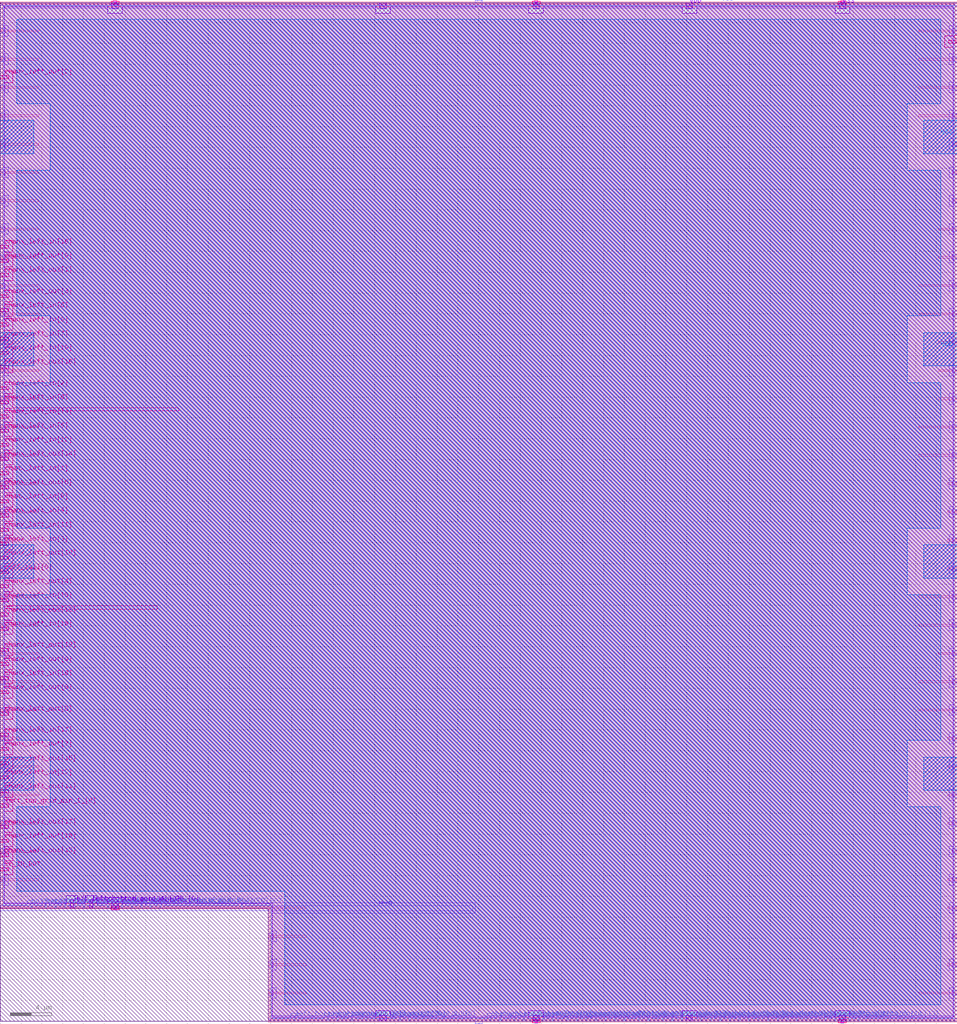
<source format=lef>
VERSION 5.7 ;
BUSBITCHARS "[]" ;

UNITS
  DATABASE MICRONS 1000 ;
END UNITS

MANUFACTURINGGRID 0.005 ;

LAYER li1
  TYPE ROUTING ;
  DIRECTION VERTICAL ;
  PITCH 0.46 ;
  WIDTH 0.17 ;
END li1

LAYER mcon
  TYPE CUT ;
END mcon

LAYER met1
  TYPE ROUTING ;
  DIRECTION HORIZONTAL ;
  PITCH 0.34 ;
  WIDTH 0.14 ;
END met1

LAYER via
  TYPE CUT ;
END via

LAYER met2
  TYPE ROUTING ;
  DIRECTION VERTICAL ;
  PITCH 0.46 ;
  WIDTH 0.14 ;
END met2

LAYER via2
  TYPE CUT ;
END via2

LAYER met3
  TYPE ROUTING ;
  DIRECTION HORIZONTAL ;
  PITCH 0.68 ;
  WIDTH 0.3 ;
END met3

LAYER via3
  TYPE CUT ;
END via3

LAYER met4
  TYPE ROUTING ;
  DIRECTION VERTICAL ;
  PITCH 0.92 ;
  WIDTH 0.3 ;
END met4

LAYER via4
  TYPE CUT ;
END via4

LAYER met5
  TYPE ROUTING ;
  DIRECTION HORIZONTAL ;
  PITCH 3.4 ;
  WIDTH 1.6 ;
END met5

LAYER nwell
  TYPE MASTERSLICE ;
END nwell

LAYER pwell
  TYPE MASTERSLICE ;
END pwell

LAYER OVERLAP
  TYPE OVERLAP ;
END OVERLAP

VIA L1M1_PR
  LAYER li1 ;
    RECT -0.085 -0.085 0.085 0.085 ;
  LAYER mcon ;
    RECT -0.085 -0.085 0.085 0.085 ;
  LAYER met1 ;
    RECT -0.145 -0.115 0.145 0.115 ;
END L1M1_PR

VIA L1M1_PR_R
  LAYER li1 ;
    RECT -0.085 -0.085 0.085 0.085 ;
  LAYER mcon ;
    RECT -0.085 -0.085 0.085 0.085 ;
  LAYER met1 ;
    RECT -0.115 -0.145 0.115 0.145 ;
END L1M1_PR_R

VIA L1M1_PR_M
  LAYER li1 ;
    RECT -0.085 -0.085 0.085 0.085 ;
  LAYER mcon ;
    RECT -0.085 -0.085 0.085 0.085 ;
  LAYER met1 ;
    RECT -0.115 -0.145 0.115 0.145 ;
END L1M1_PR_M

VIA L1M1_PR_MR
  LAYER li1 ;
    RECT -0.085 -0.085 0.085 0.085 ;
  LAYER mcon ;
    RECT -0.085 -0.085 0.085 0.085 ;
  LAYER met1 ;
    RECT -0.145 -0.115 0.145 0.115 ;
END L1M1_PR_MR

VIA L1M1_PR_C
  LAYER li1 ;
    RECT -0.085 -0.085 0.085 0.085 ;
  LAYER mcon ;
    RECT -0.085 -0.085 0.085 0.085 ;
  LAYER met1 ;
    RECT -0.145 -0.145 0.145 0.145 ;
END L1M1_PR_C

VIA M1M2_PR
  LAYER met1 ;
    RECT -0.16 -0.13 0.16 0.13 ;
  LAYER via ;
    RECT -0.075 -0.075 0.075 0.075 ;
  LAYER met2 ;
    RECT -0.13 -0.16 0.13 0.16 ;
END M1M2_PR

VIA M1M2_PR_Enc
  LAYER met1 ;
    RECT -0.16 -0.13 0.16 0.13 ;
  LAYER via ;
    RECT -0.075 -0.075 0.075 0.075 ;
  LAYER met2 ;
    RECT -0.16 -0.13 0.16 0.13 ;
END M1M2_PR_Enc

VIA M1M2_PR_R
  LAYER met1 ;
    RECT -0.13 -0.16 0.13 0.16 ;
  LAYER via ;
    RECT -0.075 -0.075 0.075 0.075 ;
  LAYER met2 ;
    RECT -0.16 -0.13 0.16 0.13 ;
END M1M2_PR_R

VIA M1M2_PR_R_Enc
  LAYER met1 ;
    RECT -0.13 -0.16 0.13 0.16 ;
  LAYER via ;
    RECT -0.075 -0.075 0.075 0.075 ;
  LAYER met2 ;
    RECT -0.13 -0.16 0.13 0.16 ;
END M1M2_PR_R_Enc

VIA M1M2_PR_M
  LAYER met1 ;
    RECT -0.16 -0.13 0.16 0.13 ;
  LAYER via ;
    RECT -0.075 -0.075 0.075 0.075 ;
  LAYER met2 ;
    RECT -0.16 -0.13 0.16 0.13 ;
END M1M2_PR_M

VIA M1M2_PR_M_Enc
  LAYER met1 ;
    RECT -0.16 -0.13 0.16 0.13 ;
  LAYER via ;
    RECT -0.075 -0.075 0.075 0.075 ;
  LAYER met2 ;
    RECT -0.13 -0.16 0.13 0.16 ;
END M1M2_PR_M_Enc

VIA M1M2_PR_MR
  LAYER met1 ;
    RECT -0.13 -0.16 0.13 0.16 ;
  LAYER via ;
    RECT -0.075 -0.075 0.075 0.075 ;
  LAYER met2 ;
    RECT -0.13 -0.16 0.13 0.16 ;
END M1M2_PR_MR

VIA M1M2_PR_MR_Enc
  LAYER met1 ;
    RECT -0.13 -0.16 0.13 0.16 ;
  LAYER via ;
    RECT -0.075 -0.075 0.075 0.075 ;
  LAYER met2 ;
    RECT -0.16 -0.13 0.16 0.13 ;
END M1M2_PR_MR_Enc

VIA M1M2_PR_C
  LAYER met1 ;
    RECT -0.16 -0.16 0.16 0.16 ;
  LAYER via ;
    RECT -0.075 -0.075 0.075 0.075 ;
  LAYER met2 ;
    RECT -0.16 -0.16 0.16 0.16 ;
END M1M2_PR_C

VIA M2M3_PR
  LAYER met2 ;
    RECT -0.14 -0.185 0.14 0.185 ;
  LAYER via2 ;
    RECT -0.1 -0.1 0.1 0.1 ;
  LAYER met3 ;
    RECT -0.165 -0.165 0.165 0.165 ;
END M2M3_PR

VIA M2M3_PR_R
  LAYER met2 ;
    RECT -0.185 -0.14 0.185 0.14 ;
  LAYER via2 ;
    RECT -0.1 -0.1 0.1 0.1 ;
  LAYER met3 ;
    RECT -0.165 -0.165 0.165 0.165 ;
END M2M3_PR_R

VIA M2M3_PR_M
  LAYER met2 ;
    RECT -0.14 -0.185 0.14 0.185 ;
  LAYER via2 ;
    RECT -0.1 -0.1 0.1 0.1 ;
  LAYER met3 ;
    RECT -0.165 -0.165 0.165 0.165 ;
END M2M3_PR_M

VIA M2M3_PR_MR
  LAYER met2 ;
    RECT -0.185 -0.14 0.185 0.14 ;
  LAYER via2 ;
    RECT -0.1 -0.1 0.1 0.1 ;
  LAYER met3 ;
    RECT -0.165 -0.165 0.165 0.165 ;
END M2M3_PR_MR

VIA M2M3_PR_C
  LAYER met2 ;
    RECT -0.185 -0.185 0.185 0.185 ;
  LAYER via2 ;
    RECT -0.1 -0.1 0.1 0.1 ;
  LAYER met3 ;
    RECT -0.165 -0.165 0.165 0.165 ;
END M2M3_PR_C

VIA M3M4_PR
  LAYER met3 ;
    RECT -0.19 -0.16 0.19 0.16 ;
  LAYER via3 ;
    RECT -0.1 -0.1 0.1 0.1 ;
  LAYER met4 ;
    RECT -0.165 -0.165 0.165 0.165 ;
END M3M4_PR

VIA M3M4_PR_R
  LAYER met3 ;
    RECT -0.16 -0.19 0.16 0.19 ;
  LAYER via3 ;
    RECT -0.1 -0.1 0.1 0.1 ;
  LAYER met4 ;
    RECT -0.165 -0.165 0.165 0.165 ;
END M3M4_PR_R

VIA M3M4_PR_M
  LAYER met3 ;
    RECT -0.19 -0.16 0.19 0.16 ;
  LAYER via3 ;
    RECT -0.1 -0.1 0.1 0.1 ;
  LAYER met4 ;
    RECT -0.165 -0.165 0.165 0.165 ;
END M3M4_PR_M

VIA M3M4_PR_MR
  LAYER met3 ;
    RECT -0.16 -0.19 0.16 0.19 ;
  LAYER via3 ;
    RECT -0.1 -0.1 0.1 0.1 ;
  LAYER met4 ;
    RECT -0.165 -0.165 0.165 0.165 ;
END M3M4_PR_MR

VIA M3M4_PR_C
  LAYER met3 ;
    RECT -0.19 -0.19 0.19 0.19 ;
  LAYER via3 ;
    RECT -0.1 -0.1 0.1 0.1 ;
  LAYER met4 ;
    RECT -0.165 -0.165 0.165 0.165 ;
END M3M4_PR_C

VIA M4M5_PR
  LAYER met4 ;
    RECT -0.59 -0.59 0.59 0.59 ;
  LAYER via4 ;
    RECT -0.4 -0.4 0.4 0.4 ;
  LAYER met5 ;
    RECT -0.71 -0.71 0.71 0.71 ;
END M4M5_PR

VIA M4M5_PR_R
  LAYER met4 ;
    RECT -0.59 -0.59 0.59 0.59 ;
  LAYER via4 ;
    RECT -0.4 -0.4 0.4 0.4 ;
  LAYER met5 ;
    RECT -0.71 -0.71 0.71 0.71 ;
END M4M5_PR_R

VIA M4M5_PR_M
  LAYER met4 ;
    RECT -0.59 -0.59 0.59 0.59 ;
  LAYER via4 ;
    RECT -0.4 -0.4 0.4 0.4 ;
  LAYER met5 ;
    RECT -0.71 -0.71 0.71 0.71 ;
END M4M5_PR_M

VIA M4M5_PR_MR
  LAYER met4 ;
    RECT -0.59 -0.59 0.59 0.59 ;
  LAYER via4 ;
    RECT -0.4 -0.4 0.4 0.4 ;
  LAYER met5 ;
    RECT -0.71 -0.71 0.71 0.71 ;
END M4M5_PR_MR

VIA M4M5_PR_C
  LAYER met4 ;
    RECT -0.59 -0.59 0.59 0.59 ;
  LAYER via4 ;
    RECT -0.4 -0.4 0.4 0.4 ;
  LAYER met5 ;
    RECT -0.71 -0.71 0.71 0.71 ;
END M4M5_PR_C

SITE unit
  CLASS CORE ;
  SYMMETRY Y ;
  SIZE 0.46 BY 2.72 ;
END unit

SITE unithddbl
  CLASS CORE ;
  SIZE 0.46 BY 5.44 ;
END unithddbl

MACRO sb_2__2_
  CLASS BLOCK ;
  ORIGIN 0 0 ;
  SIZE 92 BY 97.92 ;
  SYMMETRY X Y ;
  PIN chany_bottom_in[0]
    DIRECTION INPUT ;
    USE SIGNAL ;
    PORT
      LAYER met2 ;
        RECT 70.08 0 70.22 0.485 ;
    END
  END chany_bottom_in[0]
  PIN chany_bottom_in[1]
    DIRECTION INPUT ;
    USE SIGNAL ;
    PORT
      LAYER met2 ;
        RECT 81.58 0 81.72 0.485 ;
    END
  END chany_bottom_in[1]
  PIN chany_bottom_in[2]
    DIRECTION INPUT ;
    USE SIGNAL ;
    PORT
      LAYER met2 ;
        RECT 57.2 0 57.34 0.485 ;
    END
  END chany_bottom_in[2]
  PIN chany_bottom_in[3]
    DIRECTION INPUT ;
    USE SIGNAL ;
    PORT
      LAYER met2 ;
        RECT 80.2 0 80.34 0.485 ;
    END
  END chany_bottom_in[3]
  PIN chany_bottom_in[4]
    DIRECTION INPUT ;
    USE SIGNAL ;
    PORT
      LAYER met2 ;
        RECT 64.56 0 64.7 0.485 ;
    END
  END chany_bottom_in[4]
  PIN chany_bottom_in[5]
    DIRECTION INPUT ;
    USE SIGNAL ;
    PORT
      LAYER met2 ;
        RECT 76.52 0 76.66 0.485 ;
    END
  END chany_bottom_in[5]
  PIN chany_bottom_in[6]
    DIRECTION INPUT ;
    USE SIGNAL ;
    PORT
      LAYER met2 ;
        RECT 55.36 0 55.5 0.485 ;
    END
  END chany_bottom_in[6]
  PIN chany_bottom_in[7]
    DIRECTION INPUT ;
    USE SIGNAL ;
    PORT
      LAYER met2 ;
        RECT 73.76 0 73.9 0.485 ;
    END
  END chany_bottom_in[7]
  PIN chany_bottom_in[8]
    DIRECTION INPUT ;
    USE SIGNAL ;
    PORT
      LAYER met2 ;
        RECT 63.64 0 63.78 0.485 ;
    END
  END chany_bottom_in[8]
  PIN chany_bottom_in[9]
    DIRECTION INPUT ;
    USE SIGNAL ;
    PORT
      LAYER met2 ;
        RECT 69.16 0 69.3 0.485 ;
    END
  END chany_bottom_in[9]
  PIN chany_bottom_in[10]
    DIRECTION INPUT ;
    USE SIGNAL ;
    PORT
      LAYER met2 ;
        RECT 52.14 0 52.28 0.485 ;
    END
  END chany_bottom_in[10]
  PIN chany_bottom_in[11]
    DIRECTION INPUT ;
    USE SIGNAL ;
    PORT
      LAYER met2 ;
        RECT 71 0 71.14 0.485 ;
    END
  END chany_bottom_in[11]
  PIN chany_bottom_in[12]
    DIRECTION INPUT ;
    USE SIGNAL ;
    PORT
      LAYER met2 ;
        RECT 75.6 0 75.74 0.485 ;
    END
  END chany_bottom_in[12]
  PIN chany_bottom_in[13]
    DIRECTION INPUT ;
    USE SIGNAL ;
    PORT
      LAYER met2 ;
        RECT 78.36 0 78.5 0.485 ;
    END
  END chany_bottom_in[13]
  PIN chany_bottom_in[14]
    DIRECTION INPUT ;
    USE SIGNAL ;
    PORT
      LAYER met2 ;
        RECT 54.44 0 54.58 0.485 ;
    END
  END chany_bottom_in[14]
  PIN chany_bottom_in[15]
    DIRECTION INPUT ;
    USE SIGNAL ;
    PORT
      LAYER met2 ;
        RECT 66.4 0 66.54 0.485 ;
    END
  END chany_bottom_in[15]
  PIN chany_bottom_in[16]
    DIRECTION INPUT ;
    USE SIGNAL ;
    PORT
      LAYER met2 ;
        RECT 47.08 0 47.22 0.485 ;
    END
  END chany_bottom_in[16]
  PIN chany_bottom_in[17]
    DIRECTION INPUT ;
    USE SIGNAL ;
    PORT
      LAYER met2 ;
        RECT 77.44 0 77.58 0.485 ;
    END
  END chany_bottom_in[17]
  PIN chany_bottom_in[18]
    DIRECTION INPUT ;
    USE SIGNAL ;
    PORT
      LAYER met2 ;
        RECT 53.06 0 53.2 0.485 ;
    END
  END chany_bottom_in[18]
  PIN chany_bottom_in[19]
    DIRECTION INPUT ;
    USE SIGNAL ;
    PORT
      LAYER met2 ;
        RECT 79.28 0 79.42 0.485 ;
    END
  END chany_bottom_in[19]
  PIN bottom_right_grid_pin_1_[0]
    DIRECTION INPUT ;
    USE SIGNAL ;
    PORT
      LAYER met2 ;
        RECT 32.36 0 32.5 0.485 ;
    END
  END bottom_right_grid_pin_1_[0]
  PIN bottom_left_grid_pin_42_[0]
    DIRECTION INPUT ;
    USE SIGNAL ;
    PORT
      LAYER met2 ;
        RECT 14.42 10.88 14.56 11.365 ;
    END
  END bottom_left_grid_pin_42_[0]
  PIN bottom_left_grid_pin_43_[0]
    DIRECTION INPUT ;
    USE SIGNAL ;
    PORT
      LAYER met2 ;
        RECT 15.34 10.88 15.48 11.365 ;
    END
  END bottom_left_grid_pin_43_[0]
  PIN bottom_left_grid_pin_44_[0]
    DIRECTION INPUT ;
    USE SIGNAL ;
    PORT
      LAYER met2 ;
        RECT 2.92 10.88 3.06 11.365 ;
    END
  END bottom_left_grid_pin_44_[0]
  PIN bottom_left_grid_pin_45_[0]
    DIRECTION INPUT ;
    USE SIGNAL ;
    PORT
      LAYER met2 ;
        RECT 10.28 10.88 10.42 11.365 ;
    END
  END bottom_left_grid_pin_45_[0]
  PIN bottom_left_grid_pin_46_[0]
    DIRECTION INPUT ;
    USE SIGNAL ;
    PORT
      LAYER met2 ;
        RECT 5.22 10.88 5.36 11.365 ;
    END
  END bottom_left_grid_pin_46_[0]
  PIN bottom_left_grid_pin_47_[0]
    DIRECTION INPUT ;
    USE SIGNAL ;
    PORT
      LAYER met2 ;
        RECT 4.3 10.88 4.44 11.365 ;
    END
  END bottom_left_grid_pin_47_[0]
  PIN bottom_left_grid_pin_48_[0]
    DIRECTION INPUT ;
    USE SIGNAL ;
    PORT
      LAYER met2 ;
        RECT 13.5 10.88 13.64 11.365 ;
    END
  END bottom_left_grid_pin_48_[0]
  PIN bottom_left_grid_pin_49_[0]
    DIRECTION INPUT ;
    USE SIGNAL ;
    PORT
      LAYER met2 ;
        RECT 7.06 10.88 7.2 11.365 ;
    END
  END bottom_left_grid_pin_49_[0]
  PIN chanx_left_in[0]
    DIRECTION INPUT ;
    USE SIGNAL ;
    PORT
      LAYER met3 ;
        RECT 0 66.83 0.8 67.13 ;
    END
  END chanx_left_in[0]
  PIN chanx_left_in[1]
    DIRECTION INPUT ;
    USE SIGNAL ;
    PORT
      LAYER met3 ;
        RECT 0 52.55 0.8 52.85 ;
    END
  END chanx_left_in[1]
  PIN chanx_left_in[2]
    DIRECTION INPUT ;
    USE SIGNAL ;
    PORT
      LAYER met3 ;
        RECT 0 60.71 0.8 61.01 ;
    END
  END chanx_left_in[2]
  PIN chanx_left_in[3]
    DIRECTION INPUT ;
    USE SIGNAL ;
    PORT
      LAYER met3 ;
        RECT 0 45.75 0.8 46.05 ;
    END
  END chanx_left_in[3]
  PIN chanx_left_in[4]
    DIRECTION INPUT ;
    USE SIGNAL ;
    PORT
      LAYER met3 ;
        RECT 0 48.47 0.8 48.77 ;
    END
  END chanx_left_in[4]
  PIN chanx_left_in[5]
    DIRECTION INPUT ;
    USE SIGNAL ;
    PORT
      LAYER met3 ;
        RECT 0 56.63 0.8 56.93 ;
    END
  END chanx_left_in[5]
  PIN chanx_left_in[6]
    DIRECTION INPUT ;
    USE SIGNAL ;
    PORT
      LAYER met3 ;
        RECT 0 68.19 0.8 68.49 ;
    END
  END chanx_left_in[6]
  PIN chanx_left_in[7]
    DIRECTION INPUT ;
    USE SIGNAL ;
    PORT
      LAYER met3 ;
        RECT 0 65.47 0.8 65.77 ;
    END
  END chanx_left_in[7]
  PIN chanx_left_in[8]
    DIRECTION INPUT ;
    USE SIGNAL ;
    PORT
      LAYER met3 ;
        RECT 0 49.83 0.8 50.13 ;
    END
  END chanx_left_in[8]
  PIN chanx_left_in[9]
    DIRECTION INPUT ;
    USE SIGNAL ;
    PORT
      LAYER met3 ;
        RECT 0 59.35 0.8 59.65 ;
    END
  END chanx_left_in[9]
  PIN chanx_left_in[10]
    DIRECTION INPUT ;
    USE SIGNAL ;
    PORT
      LAYER met3 ;
        RECT 0 64.11 0.8 64.41 ;
    END
  END chanx_left_in[10]
  PIN chanx_left_in[11]
    DIRECTION INPUT ;
    USE SIGNAL ;
    PORT
      LAYER met3 ;
        RECT 0 47.11 0.8 47.41 ;
    END
  END chanx_left_in[11]
  PIN chanx_left_in[12]
    DIRECTION INPUT ;
    USE SIGNAL ;
    PORT
      LAYER met3 ;
        RECT 0 55.27 0.8 55.57 ;
    END
  END chanx_left_in[12]
  PIN chanx_left_in[13]
    DIRECTION INPUT ;
    USE SIGNAL ;
    PORT
      LAYER met3 ;
        RECT 0 23.31 0.8 23.61 ;
    END
  END chanx_left_in[13]
  PIN chanx_left_in[14]
    DIRECTION INPUT ;
    USE SIGNAL ;
    PORT
      LAYER met3 ;
        RECT 0 57.99 0.8 58.29 ;
    END
  END chanx_left_in[14]
  PIN chanx_left_in[15]
    DIRECTION INPUT ;
    USE SIGNAL ;
    PORT
      LAYER met3 ;
        RECT 0 40.31 0.8 40.61 ;
    END
  END chanx_left_in[15]
  PIN chanx_left_in[16]
    DIRECTION INPUT ;
    USE SIGNAL ;
    PORT
      LAYER met3 ;
        RECT 0 37.59 0.8 37.89 ;
    END
  END chanx_left_in[16]
  PIN chanx_left_in[17]
    DIRECTION INPUT ;
    USE SIGNAL ;
    PORT
      LAYER met3 ;
        RECT 0 27.39 0.8 27.69 ;
    END
  END chanx_left_in[17]
  PIN chanx_left_in[18]
    DIRECTION INPUT ;
    USE SIGNAL ;
    PORT
      LAYER met3 ;
        RECT 0 74.31 0.8 74.61 ;
    END
  END chanx_left_in[18]
  PIN chanx_left_in[19]
    DIRECTION INPUT ;
    USE SIGNAL ;
    PORT
      LAYER met3 ;
        RECT 0 32.83 0.8 33.13 ;
    END
  END chanx_left_in[19]
  PIN left_top_grid_pin_1_[0]
    DIRECTION INPUT ;
    USE SIGNAL ;
    PORT
      LAYER met3 ;
        RECT 0 20.59 0.8 20.89 ;
    END
  END left_top_grid_pin_1_[0]
  PIN left_bottom_grid_pin_34_[0]
    DIRECTION INPUT ;
    USE SIGNAL ;
    PORT
      LAYER met4 ;
        RECT 6.75 10.88 7.05 11.68 ;
    END
  END left_bottom_grid_pin_34_[0]
  PIN left_bottom_grid_pin_35_[0]
    DIRECTION INPUT ;
    USE SIGNAL ;
    PORT
      LAYER met4 ;
        RECT 8.59 10.88 8.89 11.68 ;
    END
  END left_bottom_grid_pin_35_[0]
  PIN left_bottom_grid_pin_36_[0]
    DIRECTION INPUT ;
    USE SIGNAL ;
    PORT
      LAYER met2 ;
        RECT 8.9 10.88 9.04 11.365 ;
    END
  END left_bottom_grid_pin_36_[0]
  PIN left_bottom_grid_pin_37_[0]
    DIRECTION INPUT ;
    USE SIGNAL ;
    PORT
      LAYER met2 ;
        RECT 7.98 10.88 8.12 11.365 ;
    END
  END left_bottom_grid_pin_37_[0]
  PIN left_bottom_grid_pin_38_[0]
    DIRECTION INPUT ;
    USE SIGNAL ;
    PORT
      LAYER met2 ;
        RECT 11.66 10.88 11.8 11.365 ;
    END
  END left_bottom_grid_pin_38_[0]
  PIN left_bottom_grid_pin_39_[0]
    DIRECTION INPUT ;
    USE SIGNAL ;
    PORT
      LAYER met2 ;
        RECT 12.58 10.88 12.72 11.365 ;
    END
  END left_bottom_grid_pin_39_[0]
  PIN left_bottom_grid_pin_40_[0]
    DIRECTION INPUT ;
    USE SIGNAL ;
    PORT
      LAYER met2 ;
        RECT 28.22 0 28.36 0.485 ;
    END
  END left_bottom_grid_pin_40_[0]
  PIN left_bottom_grid_pin_41_[0]
    DIRECTION INPUT ;
    USE SIGNAL ;
    PORT
      LAYER met2 ;
        RECT 6.14 10.88 6.28 11.365 ;
    END
  END left_bottom_grid_pin_41_[0]
  PIN ccff_head[0]
    DIRECTION INPUT ;
    USE SIGNAL ;
    PORT
      LAYER met3 ;
        RECT 91.2 94.03 92 94.33 ;
    END
  END ccff_head[0]
  PIN chany_bottom_out[0]
    DIRECTION OUTPUT ;
    USE SIGNAL ;
    PORT
      LAYER met2 ;
        RECT 38.34 0 38.48 0.485 ;
    END
  END chany_bottom_out[0]
  PIN chany_bottom_out[1]
    DIRECTION OUTPUT ;
    USE SIGNAL ;
    PORT
      LAYER met2 ;
        RECT 74.68 0 74.82 0.485 ;
    END
  END chany_bottom_out[1]
  PIN chany_bottom_out[2]
    DIRECTION OUTPUT ;
    USE SIGNAL ;
    PORT
      LAYER met2 ;
        RECT 31.44 0 31.58 0.485 ;
    END
  END chany_bottom_out[2]
  PIN chany_bottom_out[3]
    DIRECTION OUTPUT ;
    USE SIGNAL ;
    PORT
      LAYER met2 ;
        RECT 62.26 0 62.4 0.485 ;
    END
  END chany_bottom_out[3]
  PIN chany_bottom_out[4]
    DIRECTION OUTPUT ;
    USE SIGNAL ;
    PORT
      LAYER met2 ;
        RECT 65.48 0 65.62 0.485 ;
    END
  END chany_bottom_out[4]
  PIN chany_bottom_out[5]
    DIRECTION OUTPUT ;
    USE SIGNAL ;
    PORT
      LAYER met2 ;
        RECT 49.38 0 49.52 0.485 ;
    END
  END chany_bottom_out[5]
  PIN chany_bottom_out[6]
    DIRECTION OUTPUT ;
    USE SIGNAL ;
    PORT
      LAYER met2 ;
        RECT 67.32 0 67.46 0.485 ;
    END
  END chany_bottom_out[6]
  PIN chany_bottom_out[7]
    DIRECTION OUTPUT ;
    USE SIGNAL ;
    PORT
      LAYER met2 ;
        RECT 68.24 0 68.38 0.485 ;
    END
  END chany_bottom_out[7]
  PIN chany_bottom_out[8]
    DIRECTION OUTPUT ;
    USE SIGNAL ;
    PORT
      LAYER met2 ;
        RECT 59.04 0 59.18 0.485 ;
    END
  END chany_bottom_out[8]
  PIN chany_bottom_out[9]
    DIRECTION OUTPUT ;
    USE SIGNAL ;
    PORT
      LAYER met2 ;
        RECT 50.3 0 50.44 0.485 ;
    END
  END chany_bottom_out[9]
  PIN chany_bottom_out[10]
    DIRECTION OUTPUT ;
    USE SIGNAL ;
    PORT
      LAYER met2 ;
        RECT 35.12 0 35.26 0.485 ;
    END
  END chany_bottom_out[10]
  PIN chany_bottom_out[11]
    DIRECTION OUTPUT ;
    USE SIGNAL ;
    PORT
      LAYER met2 ;
        RECT 61.34 0 61.48 0.485 ;
    END
  END chany_bottom_out[11]
  PIN chany_bottom_out[12]
    DIRECTION OUTPUT ;
    USE SIGNAL ;
    PORT
      LAYER met2 ;
        RECT 59.96 0 60.1 0.485 ;
    END
  END chany_bottom_out[12]
  PIN chany_bottom_out[13]
    DIRECTION OUTPUT ;
    USE SIGNAL ;
    PORT
      LAYER met2 ;
        RECT 82.5 0 82.64 0.485 ;
    END
  END chany_bottom_out[13]
  PIN chany_bottom_out[14]
    DIRECTION OUTPUT ;
    USE SIGNAL ;
    PORT
      LAYER met2 ;
        RECT 56.28 0 56.42 0.485 ;
    END
  END chany_bottom_out[14]
  PIN chany_bottom_out[15]
    DIRECTION OUTPUT ;
    USE SIGNAL ;
    PORT
      LAYER met2 ;
        RECT 58.12 0 58.26 0.485 ;
    END
  END chany_bottom_out[15]
  PIN chany_bottom_out[16]
    DIRECTION OUTPUT ;
    USE SIGNAL ;
    PORT
      LAYER met2 ;
        RECT 48 0 48.14 0.485 ;
    END
  END chany_bottom_out[16]
  PIN chany_bottom_out[17]
    DIRECTION OUTPUT ;
    USE SIGNAL ;
    PORT
      LAYER met2 ;
        RECT 72.84 0 72.98 0.485 ;
    END
  END chany_bottom_out[17]
  PIN chany_bottom_out[18]
    DIRECTION OUTPUT ;
    USE SIGNAL ;
    PORT
      LAYER met2 ;
        RECT 33.74 0 33.88 0.485 ;
    END
  END chany_bottom_out[18]
  PIN chany_bottom_out[19]
    DIRECTION OUTPUT ;
    USE SIGNAL ;
    PORT
      LAYER met2 ;
        RECT 71.92 0 72.06 0.485 ;
    END
  END chany_bottom_out[19]
  PIN chanx_left_out[0]
    DIRECTION OUTPUT ;
    USE SIGNAL ;
    PORT
      LAYER met3 ;
        RECT 0 72.95 0.8 73.25 ;
    END
  END chanx_left_out[0]
  PIN chanx_left_out[1]
    DIRECTION OUTPUT ;
    USE SIGNAL ;
    PORT
      LAYER met3 ;
        RECT 0 71.59 0.8 71.89 ;
    END
  END chanx_left_out[1]
  PIN chanx_left_out[2]
    DIRECTION OUTPUT ;
    USE SIGNAL ;
    PORT
      LAYER met3 ;
        RECT 0 90.63 0.8 90.93 ;
    END
  END chanx_left_out[2]
  PIN chanx_left_out[3]
    DIRECTION OUTPUT ;
    USE SIGNAL ;
    PORT
      LAYER met3 ;
        RECT 0 69.55 0.8 69.85 ;
    END
  END chanx_left_out[3]
  PIN chanx_left_out[4]
    DIRECTION OUTPUT ;
    USE SIGNAL ;
    PORT
      LAYER met3 ;
        RECT 0 41.67 0.8 41.97 ;
    END
  END chanx_left_out[4]
  PIN chanx_left_out[5]
    DIRECTION OUTPUT ;
    USE SIGNAL ;
    PORT
      LAYER met3 ;
        RECT 0 29.43 0.8 29.73 ;
    END
  END chanx_left_out[5]
  PIN chanx_left_out[6]
    DIRECTION OUTPUT ;
    USE SIGNAL ;
    PORT
      LAYER met3 ;
        RECT 0 51.19 0.8 51.49 ;
    END
  END chanx_left_out[6]
  PIN chanx_left_out[7]
    DIRECTION OUTPUT ;
    USE SIGNAL ;
    PORT
      LAYER met3 ;
        RECT 0 26.03 0.8 26.33 ;
    END
  END chanx_left_out[7]
  PIN chanx_left_out[8]
    DIRECTION OUTPUT ;
    USE SIGNAL ;
    PORT
      LAYER met3 ;
        RECT 0 31.47 0.8 31.77 ;
    END
  END chanx_left_out[8]
  PIN chanx_left_out[9]
    DIRECTION OUTPUT ;
    USE SIGNAL ;
    PORT
      LAYER met3 ;
        RECT 0 34.19 0.8 34.49 ;
    END
  END chanx_left_out[9]
  PIN chanx_left_out[10]
    DIRECTION OUTPUT ;
    USE SIGNAL ;
    PORT
      LAYER met3 ;
        RECT 0 44.39 0.8 44.69 ;
    END
  END chanx_left_out[10]
  PIN chanx_left_out[11]
    DIRECTION OUTPUT ;
    USE SIGNAL ;
    PORT
      LAYER met3 ;
        RECT 0 21.95 0.8 22.25 ;
    END
  END chanx_left_out[11]
  PIN chanx_left_out[12]
    DIRECTION OUTPUT ;
    USE SIGNAL ;
    PORT
      LAYER met3 ;
        RECT 0 38.95 0.8 39.25 ;
    END
  END chanx_left_out[12]
  PIN chanx_left_out[13]
    DIRECTION OUTPUT ;
    USE SIGNAL ;
    PORT
      LAYER met3 ;
        RECT 0 15.83 0.8 16.13 ;
    END
  END chanx_left_out[13]
  PIN chanx_left_out[14]
    DIRECTION OUTPUT ;
    USE SIGNAL ;
    PORT
      LAYER met3 ;
        RECT 0 53.91 0.8 54.21 ;
    END
  END chanx_left_out[14]
  PIN chanx_left_out[15]
    DIRECTION OUTPUT ;
    USE SIGNAL ;
    PORT
      LAYER met3 ;
        RECT 0 24.67 0.8 24.97 ;
    END
  END chanx_left_out[15]
  PIN chanx_left_out[16]
    DIRECTION OUTPUT ;
    USE SIGNAL ;
    PORT
      LAYER met3 ;
        RECT 0 17.19 0.8 17.49 ;
    END
  END chanx_left_out[16]
  PIN chanx_left_out[17]
    DIRECTION OUTPUT ;
    USE SIGNAL ;
    PORT
      LAYER met3 ;
        RECT 0 18.55 0.8 18.85 ;
    END
  END chanx_left_out[17]
  PIN chanx_left_out[18]
    DIRECTION OUTPUT ;
    USE SIGNAL ;
    PORT
      LAYER met3 ;
        RECT 0 62.75 0.8 63.05 ;
    END
  END chanx_left_out[18]
  PIN chanx_left_out[19]
    DIRECTION OUTPUT ;
    USE SIGNAL ;
    PORT
      LAYER met3 ;
        RECT 0 35.55 0.8 35.85 ;
    END
  END chanx_left_out[19]
  PIN ccff_tail[0]
    DIRECTION OUTPUT ;
    USE SIGNAL ;
    PORT
      LAYER met3 ;
        RECT 0 43.03 0.8 43.33 ;
    END
  END ccff_tail[0]
  PIN SC_IN_BOT
    DIRECTION INPUT ;
    USE SIGNAL ;
    PORT
      LAYER met3 ;
        RECT 0 14.47 0.8 14.77 ;
    END
  END SC_IN_BOT
  PIN SC_OUT_BOT
    DIRECTION OUTPUT ;
    USE SIGNAL ;
    PORT
      LAYER met2 ;
        RECT 23.16 10.88 23.3 11.365 ;
    END
  END SC_OUT_BOT
  PIN prog_clk_0_S_in
    DIRECTION INPUT ;
    USE CLOCK ;
    PORT
      LAYER met2 ;
        RECT 39.26 0 39.4 0.485 ;
    END
  END prog_clk_0_S_in
  PIN VDD
    DIRECTION INPUT ;
    USE POWER ;
    PORT
      LAYER met5 ;
        RECT 0 22.2 3.2 25.4 ;
        RECT 88.8 22.2 92 25.4 ;
        RECT 0 63 3.2 66.2 ;
        RECT 88.8 63 92 66.2 ;
      LAYER met4 ;
        RECT 36.5 0 37.1 0.6 ;
        RECT 65.94 0 66.54 0.6 ;
        RECT 36.5 97.32 37.1 97.92 ;
        RECT 65.94 97.32 66.54 97.92 ;
      LAYER met1 ;
        RECT 25.76 2.48 26.24 2.96 ;
        RECT 91.52 2.48 92 2.96 ;
        RECT 25.76 7.92 26.24 8.4 ;
        RECT 91.52 7.92 92 8.4 ;
        RECT 0 13.36 0.48 13.84 ;
        RECT 91.52 13.36 92 13.84 ;
        RECT 0 18.8 0.48 19.28 ;
        RECT 91.52 18.8 92 19.28 ;
        RECT 0 24.24 0.48 24.72 ;
        RECT 91.52 24.24 92 24.72 ;
        RECT 0 29.68 0.48 30.16 ;
        RECT 91.52 29.68 92 30.16 ;
        RECT 0 35.12 0.48 35.6 ;
        RECT 91.52 35.12 92 35.6 ;
        RECT 0 40.56 0.48 41.04 ;
        RECT 91.52 40.56 92 41.04 ;
        RECT 0 46 0.48 46.48 ;
        RECT 91.52 46 92 46.48 ;
        RECT 0 51.44 0.48 51.92 ;
        RECT 91.52 51.44 92 51.92 ;
        RECT 0 56.88 0.48 57.36 ;
        RECT 91.52 56.88 92 57.36 ;
        RECT 0 62.32 0.48 62.8 ;
        RECT 91.52 62.32 92 62.8 ;
        RECT 0 67.76 0.48 68.24 ;
        RECT 91.52 67.76 92 68.24 ;
        RECT 0 73.2 0.48 73.68 ;
        RECT 91.52 73.2 92 73.68 ;
        RECT 0 78.64 0.48 79.12 ;
        RECT 91.52 78.64 92 79.12 ;
        RECT 0 84.08 0.48 84.56 ;
        RECT 91.52 84.08 92 84.56 ;
        RECT 0 89.52 0.48 90 ;
        RECT 91.52 89.52 92 90 ;
        RECT 0 94.96 0.48 95.44 ;
        RECT 91.52 94.96 92 95.44 ;
    END
  END VDD
  PIN VSS
    DIRECTION INPUT ;
    USE GROUND ;
    PORT
      LAYER met4 ;
        RECT 51.22 0 51.82 0.6 ;
        RECT 80.66 0 81.26 0.6 ;
        RECT 10.74 10.88 11.34 11.48 ;
        RECT 10.74 97.32 11.34 97.92 ;
        RECT 51.22 97.32 51.82 97.92 ;
        RECT 80.66 97.32 81.26 97.92 ;
      LAYER met5 ;
        RECT 0 42.6 3.2 45.8 ;
        RECT 88.8 42.6 92 45.8 ;
        RECT 0 83.4 3.2 86.6 ;
        RECT 88.8 83.4 92 86.6 ;
      LAYER met1 ;
        RECT 25.76 0 45.4 0.24 ;
        RECT 46.6 0 92 0.24 ;
        RECT 25.76 5.2 26.24 5.68 ;
        RECT 91.52 5.2 92 5.68 ;
        RECT 0 10.64 45.4 11.12 ;
        RECT 91.52 10.64 92 11.12 ;
        RECT 0 16.08 0.48 16.56 ;
        RECT 91.52 16.08 92 16.56 ;
        RECT 0 21.52 0.48 22 ;
        RECT 91.52 21.52 92 22 ;
        RECT 0 26.96 0.48 27.44 ;
        RECT 91.52 26.96 92 27.44 ;
        RECT 0 32.4 0.48 32.88 ;
        RECT 91.52 32.4 92 32.88 ;
        RECT 0 37.84 0.48 38.32 ;
        RECT 91.52 37.84 92 38.32 ;
        RECT 0 43.28 0.48 43.76 ;
        RECT 91.52 43.28 92 43.76 ;
        RECT 0 48.72 0.48 49.2 ;
        RECT 91.52 48.72 92 49.2 ;
        RECT 0 54.16 0.48 54.64 ;
        RECT 91.52 54.16 92 54.64 ;
        RECT 0 59.6 0.48 60.08 ;
        RECT 91.52 59.6 92 60.08 ;
        RECT 0 65.04 0.48 65.52 ;
        RECT 91.52 65.04 92 65.52 ;
        RECT 0 70.48 0.48 70.96 ;
        RECT 91.52 70.48 92 70.96 ;
        RECT 0 75.92 0.48 76.4 ;
        RECT 91.52 75.92 92 76.4 ;
        RECT 0 81.36 0.48 81.84 ;
        RECT 91.52 81.36 92 81.84 ;
        RECT 0 86.8 0.48 87.28 ;
        RECT 91.52 86.8 92 87.28 ;
        RECT 0 92.24 0.48 92.72 ;
        RECT 91.52 92.24 92 92.72 ;
        RECT 0 97.68 45.4 97.92 ;
        RECT 46.6 97.68 92 97.92 ;
    END
  END VSS
  OBS
    LAYER met2 ;
      RECT 80.82 97.735 81.1 98.105 ;
      RECT 51.38 97.735 51.66 98.105 ;
      RECT 10.9 97.735 11.18 98.105 ;
      RECT 10.9 10.695 11.18 11.065 ;
      RECT 80.82 -0.185 81.1 0.185 ;
      RECT 51.38 -0.185 51.66 0.185 ;
      POLYGON 91.72 97.64 91.72 0.28 82.92 0.28 82.92 0.765 82.22 0.765 82.22 0.28 82 0.28 82 0.765 81.3 0.765 81.3 0.28 80.62 0.28 80.62 0.765 79.92 0.765 79.92 0.28 79.7 0.28 79.7 0.765 79 0.765 79 0.28 78.78 0.28 78.78 0.765 78.08 0.765 78.08 0.28 77.86 0.28 77.86 0.765 77.16 0.765 77.16 0.28 76.94 0.28 76.94 0.765 76.24 0.765 76.24 0.28 76.02 0.28 76.02 0.765 75.32 0.765 75.32 0.28 75.1 0.28 75.1 0.765 74.4 0.765 74.4 0.28 74.18 0.28 74.18 0.765 73.48 0.765 73.48 0.28 73.26 0.28 73.26 0.765 72.56 0.765 72.56 0.28 72.34 0.28 72.34 0.765 71.64 0.765 71.64 0.28 71.42 0.28 71.42 0.765 70.72 0.765 70.72 0.28 70.5 0.28 70.5 0.765 69.8 0.765 69.8 0.28 69.58 0.28 69.58 0.765 68.88 0.765 68.88 0.28 68.66 0.28 68.66 0.765 67.96 0.765 67.96 0.28 67.74 0.28 67.74 0.765 67.04 0.765 67.04 0.28 66.82 0.28 66.82 0.765 66.12 0.765 66.12 0.28 65.9 0.28 65.9 0.765 65.2 0.765 65.2 0.28 64.98 0.28 64.98 0.765 64.28 0.765 64.28 0.28 64.06 0.28 64.06 0.765 63.36 0.765 63.36 0.28 62.68 0.28 62.68 0.765 61.98 0.765 61.98 0.28 61.76 0.28 61.76 0.765 61.06 0.765 61.06 0.28 60.38 0.28 60.38 0.765 59.68 0.765 59.68 0.28 59.46 0.28 59.46 0.765 58.76 0.765 58.76 0.28 58.54 0.28 58.54 0.765 57.84 0.765 57.84 0.28 57.62 0.28 57.62 0.765 56.92 0.765 56.92 0.28 56.7 0.28 56.7 0.765 56 0.765 56 0.28 55.78 0.28 55.78 0.765 55.08 0.765 55.08 0.28 54.86 0.28 54.86 0.765 54.16 0.765 54.16 0.28 53.48 0.28 53.48 0.765 52.78 0.765 52.78 0.28 52.56 0.28 52.56 0.765 51.86 0.765 51.86 0.28 50.72 0.28 50.72 0.765 50.02 0.765 50.02 0.28 49.8 0.28 49.8 0.765 49.1 0.765 49.1 0.28 48.42 0.28 48.42 0.765 47.72 0.765 47.72 0.28 47.5 0.28 47.5 0.765 46.8 0.765 46.8 0.28 39.68 0.28 39.68 0.765 38.98 0.765 38.98 0.28 38.76 0.28 38.76 0.765 38.06 0.765 38.06 0.28 35.54 0.28 35.54 0.765 34.84 0.765 34.84 0.28 34.16 0.28 34.16 0.765 33.46 0.765 33.46 0.28 32.78 0.28 32.78 0.765 32.08 0.765 32.08 0.28 31.86 0.28 31.86 0.765 31.16 0.765 31.16 0.28 28.64 0.28 28.64 0.765 27.94 0.765 27.94 0.28 26.04 0.28 26.04 11.16 23.58 11.16 23.58 11.645 22.88 11.645 22.88 11.16 15.76 11.16 15.76 11.645 15.06 11.645 15.06 11.16 14.84 11.16 14.84 11.645 14.14 11.645 14.14 11.16 13.92 11.16 13.92 11.645 13.22 11.645 13.22 11.16 13 11.16 13 11.645 12.3 11.645 12.3 11.16 12.08 11.16 12.08 11.645 11.38 11.645 11.38 11.16 10.7 11.16 10.7 11.645 10 11.645 10 11.16 9.32 11.16 9.32 11.645 8.62 11.645 8.62 11.16 8.4 11.16 8.4 11.645 7.7 11.645 7.7 11.16 7.48 11.16 7.48 11.645 6.78 11.645 6.78 11.16 6.56 11.16 6.56 11.645 5.86 11.645 5.86 11.16 5.64 11.16 5.64 11.645 4.94 11.645 4.94 11.16 4.72 11.16 4.72 11.645 4.02 11.645 4.02 11.16 3.34 11.16 3.34 11.645 2.64 11.645 2.64 11.16 0.28 11.16 0.28 97.64 ;
    LAYER met3 ;
      POLYGON 81.125 98.085 81.125 98.08 81.34 98.08 81.34 97.76 81.125 97.76 81.125 97.755 80.795 97.755 80.795 97.76 80.58 97.76 80.58 98.08 80.795 98.08 80.795 98.085 ;
      POLYGON 51.685 98.085 51.685 98.08 51.9 98.08 51.9 97.76 51.685 97.76 51.685 97.755 51.355 97.755 51.355 97.76 51.14 97.76 51.14 98.08 51.355 98.08 51.355 98.085 ;
      POLYGON 11.205 98.085 11.205 98.08 11.42 98.08 11.42 97.76 11.205 97.76 11.205 97.755 10.875 97.755 10.875 97.76 10.66 97.76 10.66 98.08 10.875 98.08 10.875 98.085 ;
      POLYGON 17.17 58.97 17.17 58.67 0.65 58.67 0.65 58.95 1.2 58.95 1.2 58.97 ;
      POLYGON 15.1 39.93 15.1 39.63 1.2 39.63 1.2 39.65 0.65 39.65 0.65 39.93 ;
      POLYGON 11.205 11.045 11.205 11.04 11.42 11.04 11.42 10.72 11.205 10.72 11.205 10.715 10.875 10.715 10.875 10.72 10.66 10.72 10.66 11.04 10.875 11.04 10.875 11.045 ;
      POLYGON 81.125 0.165 81.125 0.16 81.34 0.16 81.34 -0.16 81.125 -0.16 81.125 -0.165 80.795 -0.165 80.795 -0.16 80.58 -0.16 80.58 0.16 80.795 0.16 80.795 0.165 ;
      POLYGON 51.685 0.165 51.685 0.16 51.9 0.16 51.9 -0.16 51.685 -0.16 51.685 -0.165 51.355 -0.165 51.355 -0.16 51.14 -0.16 51.14 0.16 51.355 0.16 51.355 0.165 ;
      POLYGON 91.6 97.52 91.6 94.73 90.8 94.73 90.8 93.63 91.6 93.63 91.6 0.4 26.16 0.4 26.16 11.28 0.4 11.28 0.4 14.07 1.2 14.07 1.2 15.17 0.4 15.17 0.4 15.43 1.2 15.43 1.2 16.53 0.4 16.53 0.4 16.79 1.2 16.79 1.2 17.89 0.4 17.89 0.4 18.15 1.2 18.15 1.2 19.25 0.4 19.25 0.4 20.19 1.2 20.19 1.2 21.29 0.4 21.29 0.4 21.55 1.2 21.55 1.2 22.65 0.4 22.65 0.4 22.91 1.2 22.91 1.2 24.01 0.4 24.01 0.4 24.27 1.2 24.27 1.2 25.37 0.4 25.37 0.4 25.63 1.2 25.63 1.2 26.73 0.4 26.73 0.4 26.99 1.2 26.99 1.2 28.09 0.4 28.09 0.4 29.03 1.2 29.03 1.2 30.13 0.4 30.13 0.4 31.07 1.2 31.07 1.2 32.17 0.4 32.17 0.4 32.43 1.2 32.43 1.2 33.53 0.4 33.53 0.4 33.79 1.2 33.79 1.2 34.89 0.4 34.89 0.4 35.15 1.2 35.15 1.2 36.25 0.4 36.25 0.4 37.19 1.2 37.19 1.2 38.29 0.4 38.29 0.4 38.55 1.2 38.55 1.2 39.65 0.4 39.65 0.4 39.91 1.2 39.91 1.2 41.01 0.4 41.01 0.4 41.27 1.2 41.27 1.2 42.37 0.4 42.37 0.4 42.63 1.2 42.63 1.2 43.73 0.4 43.73 0.4 43.99 1.2 43.99 1.2 45.09 0.4 45.09 0.4 45.35 1.2 45.35 1.2 46.45 0.4 46.45 0.4 46.71 1.2 46.71 1.2 47.81 0.4 47.81 0.4 48.07 1.2 48.07 1.2 49.17 0.4 49.17 0.4 49.43 1.2 49.43 1.2 50.53 0.4 50.53 0.4 50.79 1.2 50.79 1.2 51.89 0.4 51.89 0.4 52.15 1.2 52.15 1.2 53.25 0.4 53.25 0.4 53.51 1.2 53.51 1.2 54.61 0.4 54.61 0.4 54.87 1.2 54.87 1.2 55.97 0.4 55.97 0.4 56.23 1.2 56.23 1.2 57.33 0.4 57.33 0.4 57.59 1.2 57.59 1.2 58.69 0.4 58.69 0.4 58.95 1.2 58.95 1.2 60.05 0.4 60.05 0.4 60.31 1.2 60.31 1.2 61.41 0.4 61.41 0.4 62.35 1.2 62.35 1.2 63.45 0.4 63.45 0.4 63.71 1.2 63.71 1.2 64.81 0.4 64.81 0.4 65.07 1.2 65.07 1.2 66.17 0.4 66.17 0.4 66.43 1.2 66.43 1.2 67.53 0.4 67.53 0.4 67.79 1.2 67.79 1.2 68.89 0.4 68.89 0.4 69.15 1.2 69.15 1.2 70.25 0.4 70.25 0.4 71.19 1.2 71.19 1.2 72.29 0.4 72.29 0.4 72.55 1.2 72.55 1.2 73.65 0.4 73.65 0.4 73.91 1.2 73.91 1.2 75.01 0.4 75.01 0.4 90.23 1.2 90.23 1.2 91.33 0.4 91.33 0.4 97.52 ;
    LAYER met4 ;
      POLYGON 91.6 97.52 91.6 0.4 81.66 0.4 81.66 1 80.26 1 80.26 0.4 66.94 0.4 66.94 1 65.54 1 65.54 0.4 52.22 0.4 52.22 1 50.82 1 50.82 0.4 37.5 0.4 37.5 1 36.1 1 36.1 0.4 26.16 0.4 26.16 11.28 11.74 11.28 11.74 11.88 10.34 11.88 10.34 11.28 9.29 11.28 9.29 12.08 8.19 12.08 8.19 11.28 7.45 11.28 7.45 12.08 6.35 12.08 6.35 11.28 0.4 11.28 0.4 97.52 10.34 97.52 10.34 96.92 11.74 96.92 11.74 97.52 36.1 97.52 36.1 96.92 37.5 96.92 37.5 97.52 50.82 97.52 50.82 96.92 52.22 96.92 52.22 97.52 65.54 97.52 65.54 96.92 66.94 96.92 66.94 97.52 80.26 97.52 80.26 96.92 81.66 96.92 81.66 97.52 ;
    LAYER met1 ;
      RECT 45.68 97.68 46.32 98.16 ;
      POLYGON 37.65 11.52 37.65 11.26 37.33 11.26 37.33 11.32 36.715 11.32 36.715 11.275 36.425 11.275 36.425 11.505 36.715 11.505 36.715 11.46 37.33 11.46 37.33 11.52 ;
      RECT 45.68 -0.24 46.32 0.24 ;
      POLYGON 46.32 97.64 46.32 97.4 91.72 97.4 91.72 95.72 91.24 95.72 91.24 94.68 91.72 94.68 91.72 93 91.24 93 91.24 91.96 91.72 91.96 91.72 90.28 91.24 90.28 91.24 89.24 91.72 89.24 91.72 87.56 91.24 87.56 91.24 86.52 91.72 86.52 91.72 84.84 91.24 84.84 91.24 83.8 91.72 83.8 91.72 82.12 91.24 82.12 91.24 81.08 91.72 81.08 91.72 79.4 91.24 79.4 91.24 78.36 91.72 78.36 91.72 76.68 91.24 76.68 91.24 75.64 91.72 75.64 91.72 73.96 91.24 73.96 91.24 72.92 91.72 72.92 91.72 71.24 91.24 71.24 91.24 70.2 91.72 70.2 91.72 68.52 91.24 68.52 91.24 67.48 91.72 67.48 91.72 65.8 91.24 65.8 91.24 64.76 91.72 64.76 91.72 63.08 91.24 63.08 91.24 62.04 91.72 62.04 91.72 60.36 91.24 60.36 91.24 59.32 91.72 59.32 91.72 57.64 91.24 57.64 91.24 56.6 91.72 56.6 91.72 54.92 91.24 54.92 91.24 53.88 91.72 53.88 91.72 52.2 91.24 52.2 91.24 51.16 91.72 51.16 91.72 49.48 91.24 49.48 91.24 48.44 91.72 48.44 91.72 46.76 91.24 46.76 91.24 45.72 91.72 45.72 91.72 44.04 91.24 44.04 91.24 43 91.72 43 91.72 41.32 91.24 41.32 91.24 40.28 91.72 40.28 91.72 38.6 91.24 38.6 91.24 37.56 91.72 37.56 91.72 35.88 91.24 35.88 91.24 34.84 91.72 34.84 91.72 33.16 91.24 33.16 91.24 32.12 91.72 32.12 91.72 30.44 91.24 30.44 91.24 29.4 91.72 29.4 91.72 27.72 91.24 27.72 91.24 26.68 91.72 26.68 91.72 25 91.24 25 91.24 23.96 91.72 23.96 91.72 22.28 91.24 22.28 91.24 21.24 91.72 21.24 91.72 19.56 91.24 19.56 91.24 18.52 91.72 18.52 91.72 16.84 91.24 16.84 91.24 15.8 91.72 15.8 91.72 14.12 91.24 14.12 91.24 13.08 91.72 13.08 91.72 11.4 91.24 11.4 91.24 10.36 91.72 10.36 91.72 8.68 91.24 8.68 91.24 7.64 91.72 7.64 91.72 5.96 91.24 5.96 91.24 4.92 91.72 4.92 91.72 3.24 91.24 3.24 91.24 2.2 91.72 2.2 91.72 0.52 46.32 0.52 46.32 0.28 45.68 0.28 45.68 0.52 26.04 0.52 26.04 2.2 26.52 2.2 26.52 3.24 26.04 3.24 26.04 4.92 26.52 4.92 26.52 5.96 26.04 5.96 26.04 7.64 26.52 7.64 26.52 8.68 26.04 8.68 26.04 10.36 45.68 10.36 45.68 11.4 0.28 11.4 0.28 13.08 0.76 13.08 0.76 14.12 0.28 14.12 0.28 15.8 0.76 15.8 0.76 16.84 0.28 16.84 0.28 18.52 0.76 18.52 0.76 19.56 0.28 19.56 0.28 21.24 0.76 21.24 0.76 22.28 0.28 22.28 0.28 23.96 0.76 23.96 0.76 25 0.28 25 0.28 26.68 0.76 26.68 0.76 27.72 0.28 27.72 0.28 29.4 0.76 29.4 0.76 30.44 0.28 30.44 0.28 32.12 0.76 32.12 0.76 33.16 0.28 33.16 0.28 34.84 0.76 34.84 0.76 35.88 0.28 35.88 0.28 37.56 0.76 37.56 0.76 38.6 0.28 38.6 0.28 40.28 0.76 40.28 0.76 41.32 0.28 41.32 0.28 43 0.76 43 0.76 44.04 0.28 44.04 0.28 45.72 0.76 45.72 0.76 46.76 0.28 46.76 0.28 48.44 0.76 48.44 0.76 49.48 0.28 49.48 0.28 51.16 0.76 51.16 0.76 52.2 0.28 52.2 0.28 53.88 0.76 53.88 0.76 54.92 0.28 54.92 0.28 56.6 0.76 56.6 0.76 57.64 0.28 57.64 0.28 59.32 0.76 59.32 0.76 60.36 0.28 60.36 0.28 62.04 0.76 62.04 0.76 63.08 0.28 63.08 0.28 64.76 0.76 64.76 0.76 65.8 0.28 65.8 0.28 67.48 0.76 67.48 0.76 68.52 0.28 68.52 0.28 70.2 0.76 70.2 0.76 71.24 0.28 71.24 0.28 72.92 0.76 72.92 0.76 73.96 0.28 73.96 0.28 75.64 0.76 75.64 0.76 76.68 0.28 76.68 0.28 78.36 0.76 78.36 0.76 79.4 0.28 79.4 0.28 81.08 0.76 81.08 0.76 82.12 0.28 82.12 0.28 83.8 0.76 83.8 0.76 84.84 0.28 84.84 0.28 86.52 0.76 86.52 0.76 87.56 0.28 87.56 0.28 89.24 0.76 89.24 0.76 90.28 0.28 90.28 0.28 91.96 0.76 91.96 0.76 93 0.28 93 0.28 94.68 0.76 94.68 0.76 95.72 0.28 95.72 0.28 97.4 45.68 97.4 45.68 97.64 ;
    LAYER met5 ;
      POLYGON 90.4 96.32 90.4 88.2 87.2 88.2 87.2 81.8 90.4 81.8 90.4 67.8 87.2 67.8 87.2 61.4 90.4 61.4 90.4 47.4 87.2 47.4 87.2 41 90.4 41 90.4 27 87.2 27 87.2 20.6 90.4 20.6 90.4 1.6 27.36 1.6 27.36 12.48 1.6 12.48 1.6 20.6 4.8 20.6 4.8 27 1.6 27 1.6 41 4.8 41 4.8 47.4 1.6 47.4 1.6 61.4 4.8 61.4 4.8 67.8 1.6 67.8 1.6 81.8 4.8 81.8 4.8 88.2 1.6 88.2 1.6 96.32 ;
    LAYER li1 ;
      RECT 0 97.835 92 98.005 ;
      RECT 88.32 95.115 92 95.285 ;
      RECT 0 95.115 3.68 95.285 ;
      RECT 88.32 92.395 92 92.565 ;
      RECT 0 92.395 3.68 92.565 ;
      RECT 88.32 89.675 92 89.845 ;
      RECT 0 89.675 3.68 89.845 ;
      RECT 88.32 86.955 92 87.125 ;
      RECT 0 86.955 3.68 87.125 ;
      RECT 91.54 84.235 92 84.405 ;
      RECT 0 84.235 3.68 84.405 ;
      RECT 91.54 81.515 92 81.685 ;
      RECT 0 81.515 3.68 81.685 ;
      RECT 91.54 78.795 92 78.965 ;
      RECT 0 78.795 3.68 78.965 ;
      RECT 90.16 76.075 92 76.245 ;
      RECT 0 76.075 3.68 76.245 ;
      RECT 90.16 73.355 92 73.525 ;
      RECT 0 73.355 3.68 73.525 ;
      RECT 88.32 70.635 92 70.805 ;
      RECT 0 70.635 3.68 70.805 ;
      RECT 88.32 67.915 92 68.085 ;
      RECT 0 67.915 3.68 68.085 ;
      RECT 90.16 65.195 92 65.365 ;
      RECT 0 65.195 1.84 65.365 ;
      RECT 90.16 62.475 92 62.645 ;
      RECT 0 62.475 3.68 62.645 ;
      RECT 90.16 59.755 92 59.925 ;
      RECT 0 59.755 3.68 59.925 ;
      RECT 88.32 57.035 92 57.205 ;
      RECT 0 57.035 3.68 57.205 ;
      RECT 88.32 54.315 92 54.485 ;
      RECT 0 54.315 3.68 54.485 ;
      RECT 91.08 51.595 92 51.765 ;
      RECT 0 51.595 3.68 51.765 ;
      RECT 91.08 48.875 92 49.045 ;
      RECT 0 48.875 3.68 49.045 ;
      RECT 91.08 46.155 92 46.325 ;
      RECT 0 46.155 1.84 46.325 ;
      RECT 91.08 43.435 92 43.605 ;
      RECT 0 43.435 3.68 43.605 ;
      RECT 88.32 40.715 92 40.885 ;
      RECT 0 40.715 3.68 40.885 ;
      RECT 88.32 37.995 92 38.165 ;
      RECT 0 37.995 3.68 38.165 ;
      RECT 90.16 35.275 92 35.445 ;
      RECT 0 35.275 3.68 35.445 ;
      RECT 88.32 32.555 92 32.725 ;
      RECT 0 32.555 3.68 32.725 ;
      RECT 88.32 29.835 92 30.005 ;
      RECT 0 29.835 3.68 30.005 ;
      RECT 91.08 27.115 92 27.285 ;
      RECT 0 27.115 1.84 27.285 ;
      RECT 91.08 24.395 92 24.565 ;
      RECT 0 24.395 3.68 24.565 ;
      RECT 91.08 21.675 92 21.845 ;
      RECT 0 21.675 3.68 21.845 ;
      RECT 91.08 18.955 92 19.125 ;
      RECT 0 18.955 3.68 19.125 ;
      RECT 91.54 16.235 92 16.405 ;
      RECT 0 16.235 3.68 16.405 ;
      RECT 91.08 13.515 92 13.685 ;
      RECT 0 13.515 3.68 13.685 ;
      RECT 91.08 10.795 92 10.965 ;
      RECT 0 10.795 29.44 10.965 ;
      RECT 91.54 8.075 92 8.245 ;
      RECT 25.76 8.075 29.44 8.245 ;
      RECT 91.08 5.355 92 5.525 ;
      RECT 25.76 5.355 29.44 5.525 ;
      RECT 88.32 2.635 92 2.805 ;
      RECT 25.76 2.635 29.44 2.805 ;
      RECT 25.76 -0.085 92 0.085 ;
      POLYGON 91.83 97.75 91.83 0.17 25.93 0.17 25.93 11.05 0.17 11.05 0.17 97.75 ;
    LAYER mcon ;
      RECT 36.485 11.305 36.655 11.475 ;
    LAYER via ;
      RECT 80.885 97.845 81.035 97.995 ;
      RECT 51.445 97.845 51.595 97.995 ;
      RECT 10.965 97.845 11.115 97.995 ;
      RECT 37.415 11.315 37.565 11.465 ;
      RECT 10.965 10.805 11.115 10.955 ;
      RECT 80.885 -0.075 81.035 0.075 ;
      RECT 51.445 -0.075 51.595 0.075 ;
    LAYER via2 ;
      RECT 80.86 97.82 81.06 98.02 ;
      RECT 51.42 97.82 51.62 98.02 ;
      RECT 10.94 97.82 11.14 98.02 ;
      RECT 10.94 10.78 11.14 10.98 ;
      RECT 80.86 -0.1 81.06 0.1 ;
      RECT 51.42 -0.1 51.62 0.1 ;
    LAYER via3 ;
      RECT 80.86 97.82 81.06 98.02 ;
      RECT 51.42 97.82 51.62 98.02 ;
      RECT 10.94 97.82 11.14 98.02 ;
      RECT 10.94 10.78 11.14 10.98 ;
      RECT 80.86 -0.1 81.06 0.1 ;
      RECT 51.42 -0.1 51.62 0.1 ;
    LAYER OVERLAP ;
      POLYGON 25.76 0 25.76 10.88 0 10.88 0 97.92 92 97.92 92 0 ;
  END
END sb_2__2_

END LIBRARY

</source>
